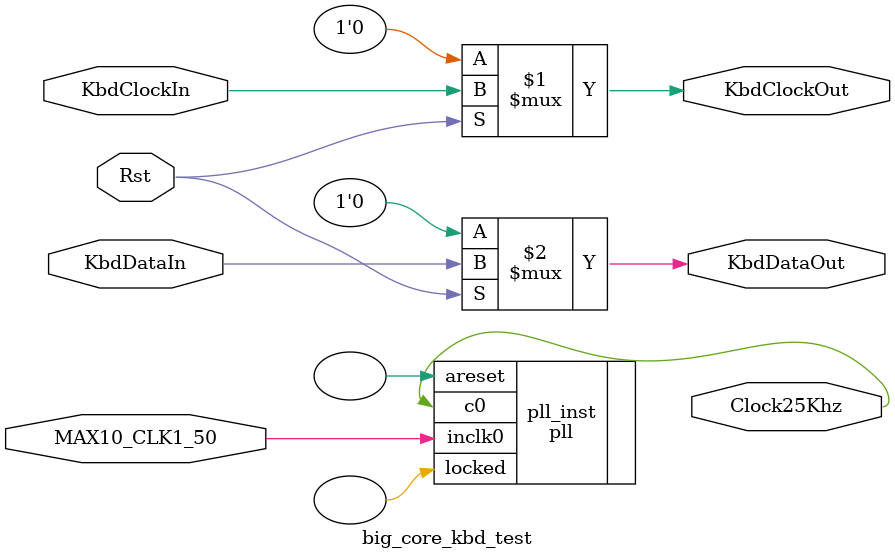
<source format=sv>
module big_core_kbd_test(
    input  logic MAX10_CLK1_50,
    input  logic Rst,         // not neccessary at all
    input  logic KbdClockIn,  // recieved clock from keyboard
    input  logic KbdDataIn,   // recieved data from keyboard
    
    /*
    when inputs are not connected the synthesizer ignores them
    this is the reason why we make a naive assign just to capture
    them in signal tapping
    */
    output logic Clock25Khz,
    output logic KbdClockOut,
    output logic KbdDataOut
);

    assign KbdClockOut = (Rst) ? KbdClockIn : 1'b0;
    assign KbdDataOut  = (Rst) ? KbdDataIn  : 1'b0;

// we use pll to create slower clock to capture keyboard signals in signal tapping
 pll	pll_inst (
	.areset (),
	.inclk0 (MAX10_CLK1_50),
	.c0 (Clock25Khz),
	.locked ()
	);



endmodule


</source>
